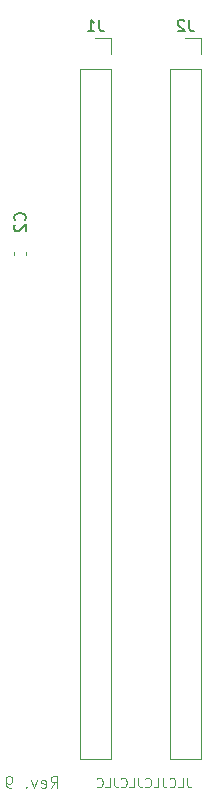
<source format=gbr>
G04 #@! TF.GenerationSoftware,KiCad,Pcbnew,7.0.11+dfsg-1build4*
G04 #@! TF.CreationDate,2024-11-28T14:18:39+09:00*
G04 #@! TF.ProjectId,bionic-mos6502,62696f6e-6963-42d6-9d6f-73363530322e,9*
G04 #@! TF.SameCoordinates,Original*
G04 #@! TF.FileFunction,Legend,Bot*
G04 #@! TF.FilePolarity,Positive*
%FSLAX46Y46*%
G04 Gerber Fmt 4.6, Leading zero omitted, Abs format (unit mm)*
G04 Created by KiCad (PCBNEW 7.0.11+dfsg-1build4) date 2024-11-28 14:18:39*
%MOMM*%
%LPD*%
G01*
G04 APERTURE LIST*
%ADD10C,0.125000*%
%ADD11C,0.100000*%
%ADD12C,0.150000*%
%ADD13C,0.120000*%
G04 APERTURE END LIST*
D10*
X106098236Y-137258119D02*
X106431569Y-136781928D01*
X106669664Y-137258119D02*
X106669664Y-136258119D01*
X106669664Y-136258119D02*
X106288712Y-136258119D01*
X106288712Y-136258119D02*
X106193474Y-136305738D01*
X106193474Y-136305738D02*
X106145855Y-136353357D01*
X106145855Y-136353357D02*
X106098236Y-136448595D01*
X106098236Y-136448595D02*
X106098236Y-136591452D01*
X106098236Y-136591452D02*
X106145855Y-136686690D01*
X106145855Y-136686690D02*
X106193474Y-136734309D01*
X106193474Y-136734309D02*
X106288712Y-136781928D01*
X106288712Y-136781928D02*
X106669664Y-136781928D01*
X105288712Y-137210500D02*
X105383950Y-137258119D01*
X105383950Y-137258119D02*
X105574426Y-137258119D01*
X105574426Y-137258119D02*
X105669664Y-137210500D01*
X105669664Y-137210500D02*
X105717283Y-137115261D01*
X105717283Y-137115261D02*
X105717283Y-136734309D01*
X105717283Y-136734309D02*
X105669664Y-136639071D01*
X105669664Y-136639071D02*
X105574426Y-136591452D01*
X105574426Y-136591452D02*
X105383950Y-136591452D01*
X105383950Y-136591452D02*
X105288712Y-136639071D01*
X105288712Y-136639071D02*
X105241093Y-136734309D01*
X105241093Y-136734309D02*
X105241093Y-136829547D01*
X105241093Y-136829547D02*
X105717283Y-136924785D01*
X104907759Y-136591452D02*
X104669664Y-137258119D01*
X104669664Y-137258119D02*
X104431569Y-136591452D01*
X104050616Y-137162880D02*
X104002997Y-137210500D01*
X104002997Y-137210500D02*
X104050616Y-137258119D01*
X104050616Y-137258119D02*
X104098235Y-137210500D01*
X104098235Y-137210500D02*
X104050616Y-137162880D01*
X104050616Y-137162880D02*
X104050616Y-137258119D01*
X102764902Y-137258119D02*
X102574426Y-137258119D01*
X102574426Y-137258119D02*
X102479188Y-137210500D01*
X102479188Y-137210500D02*
X102431569Y-137162880D01*
X102431569Y-137162880D02*
X102336331Y-137020023D01*
X102336331Y-137020023D02*
X102288712Y-136829547D01*
X102288712Y-136829547D02*
X102288712Y-136448595D01*
X102288712Y-136448595D02*
X102336331Y-136353357D01*
X102336331Y-136353357D02*
X102383950Y-136305738D01*
X102383950Y-136305738D02*
X102479188Y-136258119D01*
X102479188Y-136258119D02*
X102669664Y-136258119D01*
X102669664Y-136258119D02*
X102764902Y-136305738D01*
X102764902Y-136305738D02*
X102812521Y-136353357D01*
X102812521Y-136353357D02*
X102860140Y-136448595D01*
X102860140Y-136448595D02*
X102860140Y-136686690D01*
X102860140Y-136686690D02*
X102812521Y-136781928D01*
X102812521Y-136781928D02*
X102764902Y-136829547D01*
X102764902Y-136829547D02*
X102669664Y-136877166D01*
X102669664Y-136877166D02*
X102479188Y-136877166D01*
X102479188Y-136877166D02*
X102383950Y-136829547D01*
X102383950Y-136829547D02*
X102336331Y-136781928D01*
X102336331Y-136781928D02*
X102288712Y-136686690D01*
D11*
X117649238Y-136406895D02*
X117649238Y-136978323D01*
X117649238Y-136978323D02*
X117687333Y-137092609D01*
X117687333Y-137092609D02*
X117763524Y-137168800D01*
X117763524Y-137168800D02*
X117877809Y-137206895D01*
X117877809Y-137206895D02*
X117954000Y-137206895D01*
X116887333Y-137206895D02*
X117268285Y-137206895D01*
X117268285Y-137206895D02*
X117268285Y-136406895D01*
X116163523Y-137130704D02*
X116201619Y-137168800D01*
X116201619Y-137168800D02*
X116315904Y-137206895D01*
X116315904Y-137206895D02*
X116392095Y-137206895D01*
X116392095Y-137206895D02*
X116506381Y-137168800D01*
X116506381Y-137168800D02*
X116582571Y-137092609D01*
X116582571Y-137092609D02*
X116620666Y-137016419D01*
X116620666Y-137016419D02*
X116658762Y-136864038D01*
X116658762Y-136864038D02*
X116658762Y-136749752D01*
X116658762Y-136749752D02*
X116620666Y-136597371D01*
X116620666Y-136597371D02*
X116582571Y-136521180D01*
X116582571Y-136521180D02*
X116506381Y-136444990D01*
X116506381Y-136444990D02*
X116392095Y-136406895D01*
X116392095Y-136406895D02*
X116315904Y-136406895D01*
X116315904Y-136406895D02*
X116201619Y-136444990D01*
X116201619Y-136444990D02*
X116163523Y-136483085D01*
X115592095Y-136406895D02*
X115592095Y-136978323D01*
X115592095Y-136978323D02*
X115630190Y-137092609D01*
X115630190Y-137092609D02*
X115706381Y-137168800D01*
X115706381Y-137168800D02*
X115820666Y-137206895D01*
X115820666Y-137206895D02*
X115896857Y-137206895D01*
X114830190Y-137206895D02*
X115211142Y-137206895D01*
X115211142Y-137206895D02*
X115211142Y-136406895D01*
X114106380Y-137130704D02*
X114144476Y-137168800D01*
X114144476Y-137168800D02*
X114258761Y-137206895D01*
X114258761Y-137206895D02*
X114334952Y-137206895D01*
X114334952Y-137206895D02*
X114449238Y-137168800D01*
X114449238Y-137168800D02*
X114525428Y-137092609D01*
X114525428Y-137092609D02*
X114563523Y-137016419D01*
X114563523Y-137016419D02*
X114601619Y-136864038D01*
X114601619Y-136864038D02*
X114601619Y-136749752D01*
X114601619Y-136749752D02*
X114563523Y-136597371D01*
X114563523Y-136597371D02*
X114525428Y-136521180D01*
X114525428Y-136521180D02*
X114449238Y-136444990D01*
X114449238Y-136444990D02*
X114334952Y-136406895D01*
X114334952Y-136406895D02*
X114258761Y-136406895D01*
X114258761Y-136406895D02*
X114144476Y-136444990D01*
X114144476Y-136444990D02*
X114106380Y-136483085D01*
X113534952Y-136406895D02*
X113534952Y-136978323D01*
X113534952Y-136978323D02*
X113573047Y-137092609D01*
X113573047Y-137092609D02*
X113649238Y-137168800D01*
X113649238Y-137168800D02*
X113763523Y-137206895D01*
X113763523Y-137206895D02*
X113839714Y-137206895D01*
X112773047Y-137206895D02*
X113153999Y-137206895D01*
X113153999Y-137206895D02*
X113153999Y-136406895D01*
X112049237Y-137130704D02*
X112087333Y-137168800D01*
X112087333Y-137168800D02*
X112201618Y-137206895D01*
X112201618Y-137206895D02*
X112277809Y-137206895D01*
X112277809Y-137206895D02*
X112392095Y-137168800D01*
X112392095Y-137168800D02*
X112468285Y-137092609D01*
X112468285Y-137092609D02*
X112506380Y-137016419D01*
X112506380Y-137016419D02*
X112544476Y-136864038D01*
X112544476Y-136864038D02*
X112544476Y-136749752D01*
X112544476Y-136749752D02*
X112506380Y-136597371D01*
X112506380Y-136597371D02*
X112468285Y-136521180D01*
X112468285Y-136521180D02*
X112392095Y-136444990D01*
X112392095Y-136444990D02*
X112277809Y-136406895D01*
X112277809Y-136406895D02*
X112201618Y-136406895D01*
X112201618Y-136406895D02*
X112087333Y-136444990D01*
X112087333Y-136444990D02*
X112049237Y-136483085D01*
X111477809Y-136406895D02*
X111477809Y-136978323D01*
X111477809Y-136978323D02*
X111515904Y-137092609D01*
X111515904Y-137092609D02*
X111592095Y-137168800D01*
X111592095Y-137168800D02*
X111706380Y-137206895D01*
X111706380Y-137206895D02*
X111782571Y-137206895D01*
X110715904Y-137206895D02*
X111096856Y-137206895D01*
X111096856Y-137206895D02*
X111096856Y-136406895D01*
X109992094Y-137130704D02*
X110030190Y-137168800D01*
X110030190Y-137168800D02*
X110144475Y-137206895D01*
X110144475Y-137206895D02*
X110220666Y-137206895D01*
X110220666Y-137206895D02*
X110334952Y-137168800D01*
X110334952Y-137168800D02*
X110411142Y-137092609D01*
X110411142Y-137092609D02*
X110449237Y-137016419D01*
X110449237Y-137016419D02*
X110487333Y-136864038D01*
X110487333Y-136864038D02*
X110487333Y-136749752D01*
X110487333Y-136749752D02*
X110449237Y-136597371D01*
X110449237Y-136597371D02*
X110411142Y-136521180D01*
X110411142Y-136521180D02*
X110334952Y-136444990D01*
X110334952Y-136444990D02*
X110220666Y-136406895D01*
X110220666Y-136406895D02*
X110144475Y-136406895D01*
X110144475Y-136406895D02*
X110030190Y-136444990D01*
X110030190Y-136444990D02*
X109992094Y-136483085D01*
D12*
X117843333Y-72204819D02*
X117843333Y-72919104D01*
X117843333Y-72919104D02*
X117890952Y-73061961D01*
X117890952Y-73061961D02*
X117986190Y-73157200D01*
X117986190Y-73157200D02*
X118129047Y-73204819D01*
X118129047Y-73204819D02*
X118224285Y-73204819D01*
X117414761Y-72300057D02*
X117367142Y-72252438D01*
X117367142Y-72252438D02*
X117271904Y-72204819D01*
X117271904Y-72204819D02*
X117033809Y-72204819D01*
X117033809Y-72204819D02*
X116938571Y-72252438D01*
X116938571Y-72252438D02*
X116890952Y-72300057D01*
X116890952Y-72300057D02*
X116843333Y-72395295D01*
X116843333Y-72395295D02*
X116843333Y-72490533D01*
X116843333Y-72490533D02*
X116890952Y-72633390D01*
X116890952Y-72633390D02*
X117462380Y-73204819D01*
X117462380Y-73204819D02*
X116843333Y-73204819D01*
X110223333Y-72204819D02*
X110223333Y-72919104D01*
X110223333Y-72919104D02*
X110270952Y-73061961D01*
X110270952Y-73061961D02*
X110366190Y-73157200D01*
X110366190Y-73157200D02*
X110509047Y-73204819D01*
X110509047Y-73204819D02*
X110604285Y-73204819D01*
X109223333Y-73204819D02*
X109794761Y-73204819D01*
X109509047Y-73204819D02*
X109509047Y-72204819D01*
X109509047Y-72204819D02*
X109604285Y-72347676D01*
X109604285Y-72347676D02*
X109699523Y-72442914D01*
X109699523Y-72442914D02*
X109794761Y-72490533D01*
X103899580Y-89188133D02*
X103947200Y-89140514D01*
X103947200Y-89140514D02*
X103994819Y-88997657D01*
X103994819Y-88997657D02*
X103994819Y-88902419D01*
X103994819Y-88902419D02*
X103947200Y-88759562D01*
X103947200Y-88759562D02*
X103851961Y-88664324D01*
X103851961Y-88664324D02*
X103756723Y-88616705D01*
X103756723Y-88616705D02*
X103566247Y-88569086D01*
X103566247Y-88569086D02*
X103423390Y-88569086D01*
X103423390Y-88569086D02*
X103232914Y-88616705D01*
X103232914Y-88616705D02*
X103137676Y-88664324D01*
X103137676Y-88664324D02*
X103042438Y-88759562D01*
X103042438Y-88759562D02*
X102994819Y-88902419D01*
X102994819Y-88902419D02*
X102994819Y-88997657D01*
X102994819Y-88997657D02*
X103042438Y-89140514D01*
X103042438Y-89140514D02*
X103090057Y-89188133D01*
X103090057Y-89569086D02*
X103042438Y-89616705D01*
X103042438Y-89616705D02*
X102994819Y-89711943D01*
X102994819Y-89711943D02*
X102994819Y-89950038D01*
X102994819Y-89950038D02*
X103042438Y-90045276D01*
X103042438Y-90045276D02*
X103090057Y-90092895D01*
X103090057Y-90092895D02*
X103185295Y-90140514D01*
X103185295Y-90140514D02*
X103280533Y-90140514D01*
X103280533Y-90140514D02*
X103423390Y-90092895D01*
X103423390Y-90092895D02*
X103994819Y-89521467D01*
X103994819Y-89521467D02*
X103994819Y-90140514D01*
D13*
X118840000Y-134830000D02*
X116180000Y-134830000D01*
X118840000Y-76350000D02*
X118840000Y-134830000D01*
X118840000Y-76350000D02*
X116180000Y-76350000D01*
X118840000Y-75080000D02*
X118840000Y-73750000D01*
X118840000Y-73750000D02*
X117510000Y-73750000D01*
X116180000Y-76350000D02*
X116180000Y-134830000D01*
X111220000Y-134830000D02*
X108560000Y-134830000D01*
X111220000Y-76350000D02*
X111220000Y-134830000D01*
X111220000Y-76350000D02*
X108560000Y-76350000D01*
X111220000Y-75080000D02*
X111220000Y-73750000D01*
X111220000Y-73750000D02*
X109890000Y-73750000D01*
X108560000Y-76350000D02*
X108560000Y-134830000D01*
X103030000Y-92141567D02*
X103030000Y-91849033D01*
X104050000Y-92141567D02*
X104050000Y-91849033D01*
M02*

</source>
